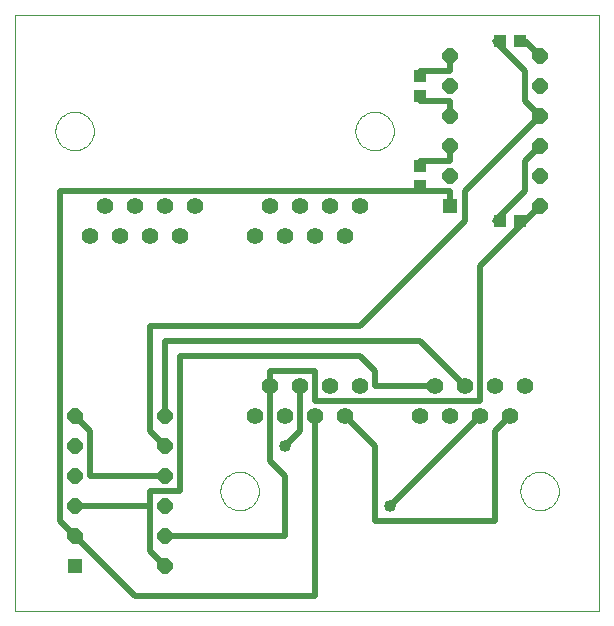
<source format=gtl>
G75*
G70*
%OFA0B0*%
%FSLAX24Y24*%
%IPPOS*%
%LPD*%
%AMOC8*
5,1,8,0,0,1.08239X$1,22.5*
%
%ADD10C,0.0000*%
%ADD11C,0.0550*%
%ADD12OC8,0.0515*%
%ADD13R,0.0515X0.0515*%
%ADD14R,0.0394X0.0433*%
%ADD15R,0.0433X0.0394*%
%ADD16C,0.0200*%
%ADD17C,0.0400*%
D10*
X000100Y000250D02*
X000100Y020120D01*
X019592Y020120D01*
X019592Y000250D01*
X000100Y000250D01*
X006960Y004250D02*
X006962Y004300D01*
X006968Y004350D01*
X006978Y004399D01*
X006991Y004448D01*
X007009Y004495D01*
X007030Y004541D01*
X007054Y004584D01*
X007082Y004626D01*
X007113Y004666D01*
X007147Y004703D01*
X007184Y004737D01*
X007224Y004768D01*
X007266Y004796D01*
X007309Y004820D01*
X007355Y004841D01*
X007402Y004859D01*
X007451Y004872D01*
X007500Y004882D01*
X007550Y004888D01*
X007600Y004890D01*
X007650Y004888D01*
X007700Y004882D01*
X007749Y004872D01*
X007798Y004859D01*
X007845Y004841D01*
X007891Y004820D01*
X007934Y004796D01*
X007976Y004768D01*
X008016Y004737D01*
X008053Y004703D01*
X008087Y004666D01*
X008118Y004626D01*
X008146Y004584D01*
X008170Y004541D01*
X008191Y004495D01*
X008209Y004448D01*
X008222Y004399D01*
X008232Y004350D01*
X008238Y004300D01*
X008240Y004250D01*
X008238Y004200D01*
X008232Y004150D01*
X008222Y004101D01*
X008209Y004052D01*
X008191Y004005D01*
X008170Y003959D01*
X008146Y003916D01*
X008118Y003874D01*
X008087Y003834D01*
X008053Y003797D01*
X008016Y003763D01*
X007976Y003732D01*
X007934Y003704D01*
X007891Y003680D01*
X007845Y003659D01*
X007798Y003641D01*
X007749Y003628D01*
X007700Y003618D01*
X007650Y003612D01*
X007600Y003610D01*
X007550Y003612D01*
X007500Y003618D01*
X007451Y003628D01*
X007402Y003641D01*
X007355Y003659D01*
X007309Y003680D01*
X007266Y003704D01*
X007224Y003732D01*
X007184Y003763D01*
X007147Y003797D01*
X007113Y003834D01*
X007082Y003874D01*
X007054Y003916D01*
X007030Y003959D01*
X007009Y004005D01*
X006991Y004052D01*
X006978Y004101D01*
X006968Y004150D01*
X006962Y004200D01*
X006960Y004250D01*
X016960Y004250D02*
X016962Y004300D01*
X016968Y004350D01*
X016978Y004399D01*
X016991Y004448D01*
X017009Y004495D01*
X017030Y004541D01*
X017054Y004584D01*
X017082Y004626D01*
X017113Y004666D01*
X017147Y004703D01*
X017184Y004737D01*
X017224Y004768D01*
X017266Y004796D01*
X017309Y004820D01*
X017355Y004841D01*
X017402Y004859D01*
X017451Y004872D01*
X017500Y004882D01*
X017550Y004888D01*
X017600Y004890D01*
X017650Y004888D01*
X017700Y004882D01*
X017749Y004872D01*
X017798Y004859D01*
X017845Y004841D01*
X017891Y004820D01*
X017934Y004796D01*
X017976Y004768D01*
X018016Y004737D01*
X018053Y004703D01*
X018087Y004666D01*
X018118Y004626D01*
X018146Y004584D01*
X018170Y004541D01*
X018191Y004495D01*
X018209Y004448D01*
X018222Y004399D01*
X018232Y004350D01*
X018238Y004300D01*
X018240Y004250D01*
X018238Y004200D01*
X018232Y004150D01*
X018222Y004101D01*
X018209Y004052D01*
X018191Y004005D01*
X018170Y003959D01*
X018146Y003916D01*
X018118Y003874D01*
X018087Y003834D01*
X018053Y003797D01*
X018016Y003763D01*
X017976Y003732D01*
X017934Y003704D01*
X017891Y003680D01*
X017845Y003659D01*
X017798Y003641D01*
X017749Y003628D01*
X017700Y003618D01*
X017650Y003612D01*
X017600Y003610D01*
X017550Y003612D01*
X017500Y003618D01*
X017451Y003628D01*
X017402Y003641D01*
X017355Y003659D01*
X017309Y003680D01*
X017266Y003704D01*
X017224Y003732D01*
X017184Y003763D01*
X017147Y003797D01*
X017113Y003834D01*
X017082Y003874D01*
X017054Y003916D01*
X017030Y003959D01*
X017009Y004005D01*
X016991Y004052D01*
X016978Y004101D01*
X016968Y004150D01*
X016962Y004200D01*
X016960Y004250D01*
X011460Y016250D02*
X011462Y016300D01*
X011468Y016350D01*
X011478Y016399D01*
X011491Y016448D01*
X011509Y016495D01*
X011530Y016541D01*
X011554Y016584D01*
X011582Y016626D01*
X011613Y016666D01*
X011647Y016703D01*
X011684Y016737D01*
X011724Y016768D01*
X011766Y016796D01*
X011809Y016820D01*
X011855Y016841D01*
X011902Y016859D01*
X011951Y016872D01*
X012000Y016882D01*
X012050Y016888D01*
X012100Y016890D01*
X012150Y016888D01*
X012200Y016882D01*
X012249Y016872D01*
X012298Y016859D01*
X012345Y016841D01*
X012391Y016820D01*
X012434Y016796D01*
X012476Y016768D01*
X012516Y016737D01*
X012553Y016703D01*
X012587Y016666D01*
X012618Y016626D01*
X012646Y016584D01*
X012670Y016541D01*
X012691Y016495D01*
X012709Y016448D01*
X012722Y016399D01*
X012732Y016350D01*
X012738Y016300D01*
X012740Y016250D01*
X012738Y016200D01*
X012732Y016150D01*
X012722Y016101D01*
X012709Y016052D01*
X012691Y016005D01*
X012670Y015959D01*
X012646Y015916D01*
X012618Y015874D01*
X012587Y015834D01*
X012553Y015797D01*
X012516Y015763D01*
X012476Y015732D01*
X012434Y015704D01*
X012391Y015680D01*
X012345Y015659D01*
X012298Y015641D01*
X012249Y015628D01*
X012200Y015618D01*
X012150Y015612D01*
X012100Y015610D01*
X012050Y015612D01*
X012000Y015618D01*
X011951Y015628D01*
X011902Y015641D01*
X011855Y015659D01*
X011809Y015680D01*
X011766Y015704D01*
X011724Y015732D01*
X011684Y015763D01*
X011647Y015797D01*
X011613Y015834D01*
X011582Y015874D01*
X011554Y015916D01*
X011530Y015959D01*
X011509Y016005D01*
X011491Y016052D01*
X011478Y016101D01*
X011468Y016150D01*
X011462Y016200D01*
X011460Y016250D01*
X001460Y016250D02*
X001462Y016300D01*
X001468Y016350D01*
X001478Y016399D01*
X001491Y016448D01*
X001509Y016495D01*
X001530Y016541D01*
X001554Y016584D01*
X001582Y016626D01*
X001613Y016666D01*
X001647Y016703D01*
X001684Y016737D01*
X001724Y016768D01*
X001766Y016796D01*
X001809Y016820D01*
X001855Y016841D01*
X001902Y016859D01*
X001951Y016872D01*
X002000Y016882D01*
X002050Y016888D01*
X002100Y016890D01*
X002150Y016888D01*
X002200Y016882D01*
X002249Y016872D01*
X002298Y016859D01*
X002345Y016841D01*
X002391Y016820D01*
X002434Y016796D01*
X002476Y016768D01*
X002516Y016737D01*
X002553Y016703D01*
X002587Y016666D01*
X002618Y016626D01*
X002646Y016584D01*
X002670Y016541D01*
X002691Y016495D01*
X002709Y016448D01*
X002722Y016399D01*
X002732Y016350D01*
X002738Y016300D01*
X002740Y016250D01*
X002738Y016200D01*
X002732Y016150D01*
X002722Y016101D01*
X002709Y016052D01*
X002691Y016005D01*
X002670Y015959D01*
X002646Y015916D01*
X002618Y015874D01*
X002587Y015834D01*
X002553Y015797D01*
X002516Y015763D01*
X002476Y015732D01*
X002434Y015704D01*
X002391Y015680D01*
X002345Y015659D01*
X002298Y015641D01*
X002249Y015628D01*
X002200Y015618D01*
X002150Y015612D01*
X002100Y015610D01*
X002050Y015612D01*
X002000Y015618D01*
X001951Y015628D01*
X001902Y015641D01*
X001855Y015659D01*
X001809Y015680D01*
X001766Y015704D01*
X001724Y015732D01*
X001684Y015763D01*
X001647Y015797D01*
X001613Y015834D01*
X001582Y015874D01*
X001554Y015916D01*
X001530Y015959D01*
X001509Y016005D01*
X001491Y016052D01*
X001478Y016101D01*
X001468Y016150D01*
X001462Y016200D01*
X001460Y016250D01*
D11*
X003100Y013750D03*
X004100Y013750D03*
X005100Y013750D03*
X006100Y013750D03*
X005600Y012750D03*
X004600Y012750D03*
X003600Y012750D03*
X002600Y012750D03*
X008100Y012750D03*
X009100Y012750D03*
X010100Y012750D03*
X011100Y012750D03*
X010600Y013750D03*
X009600Y013750D03*
X008600Y013750D03*
X011600Y013750D03*
X011600Y007750D03*
X010600Y007750D03*
X009600Y007750D03*
X008600Y007750D03*
X008100Y006750D03*
X009100Y006750D03*
X010100Y006750D03*
X011100Y006750D03*
X013600Y006750D03*
X014600Y006750D03*
X014100Y007750D03*
X015100Y007750D03*
X016100Y007750D03*
X017100Y007750D03*
X016600Y006750D03*
X015600Y006750D03*
D12*
X017600Y013750D03*
X017600Y014750D03*
X017600Y015750D03*
X017600Y016750D03*
X017600Y017750D03*
X017600Y018750D03*
X014600Y018750D03*
X014600Y017750D03*
X014600Y016750D03*
X014600Y015750D03*
X014600Y014750D03*
X005100Y006750D03*
X005100Y005750D03*
X005100Y004750D03*
X005100Y003750D03*
X005100Y002750D03*
X005100Y001750D03*
X002100Y002750D03*
X002100Y003750D03*
X002100Y004750D03*
X002100Y005750D03*
X002100Y006750D03*
D13*
X002100Y001750D03*
X014600Y013750D03*
D14*
X016265Y013250D03*
X016935Y013250D03*
X016935Y019250D03*
X016265Y019250D03*
D15*
X013600Y018085D03*
X013600Y017415D03*
X013600Y015085D03*
X013600Y014415D03*
D16*
X013600Y014250D01*
X001600Y014250D01*
X001600Y003250D01*
X002100Y002750D01*
X004100Y000750D01*
X010100Y000750D01*
X010100Y006750D01*
X010100Y007250D02*
X010100Y008250D01*
X008600Y008250D01*
X008600Y007750D01*
X008600Y005250D01*
X009100Y004750D01*
X009100Y002750D01*
X005100Y002750D01*
X004600Y002250D02*
X005100Y001750D01*
X004600Y002250D02*
X004600Y003750D01*
X004600Y004250D01*
X005600Y004250D01*
X005600Y008750D01*
X011600Y008750D01*
X012100Y008250D01*
X012100Y007750D01*
X014100Y007750D01*
X015100Y007750D02*
X013600Y009250D01*
X005100Y009250D01*
X005100Y006750D01*
X004600Y006250D02*
X005100Y005750D01*
X004600Y006250D02*
X004600Y009750D01*
X011600Y009750D01*
X015100Y013250D01*
X015100Y014250D01*
X017600Y016750D01*
X017100Y017250D01*
X017100Y018250D01*
X016100Y019250D01*
X016265Y019250D01*
X016935Y019250D02*
X017100Y019250D01*
X017600Y018750D01*
X017600Y015750D02*
X017100Y015250D01*
X017100Y014250D01*
X016100Y013250D01*
X016265Y013250D01*
X016935Y013250D02*
X017100Y013250D01*
X015600Y011750D01*
X015600Y007250D01*
X010100Y007250D01*
X009600Y007750D02*
X009600Y006250D01*
X009100Y005750D01*
X011100Y006750D02*
X012100Y005750D01*
X012100Y003250D01*
X016100Y003250D01*
X016100Y006250D01*
X016600Y006750D01*
X015600Y006750D02*
X012600Y003750D01*
X005100Y004750D02*
X002600Y004750D01*
X002600Y006250D01*
X002100Y006750D01*
X002100Y003750D02*
X004600Y003750D01*
X014600Y013750D02*
X014600Y014250D01*
X013600Y014250D01*
X013600Y015085D02*
X013600Y015250D01*
X014600Y015250D01*
X014600Y015750D01*
X014600Y016750D02*
X014600Y017250D01*
X013600Y017250D01*
X013600Y017415D01*
X013600Y018085D02*
X013600Y018250D01*
X014600Y018250D01*
X014600Y018750D01*
X017600Y013750D02*
X017100Y013250D01*
D17*
X009100Y005750D03*
X012600Y003750D03*
M02*

</source>
